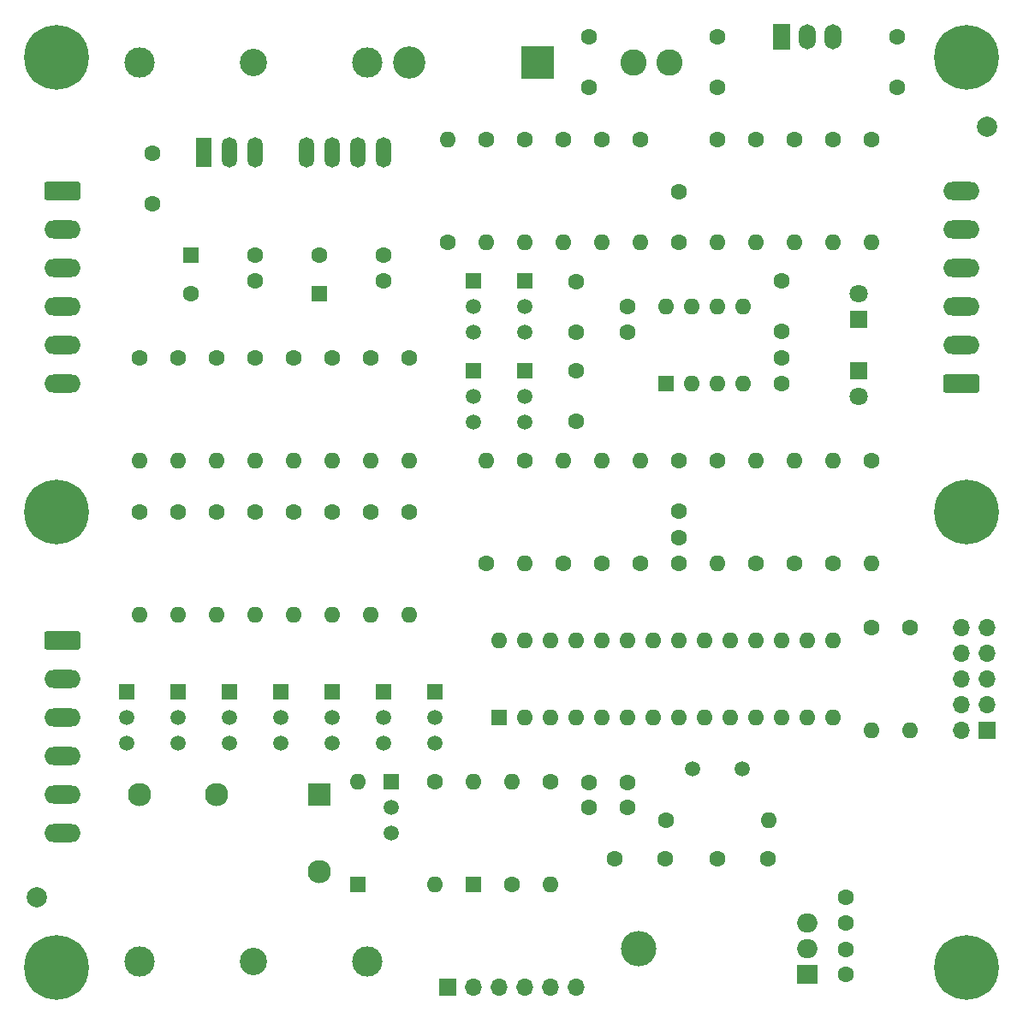
<source format=gts>
G04 #@! TF.GenerationSoftware,KiCad,Pcbnew,7.0.7*
G04 #@! TF.CreationDate,2023-11-18T21:36:32+01:00*
G04 #@! TF.ProjectId,Mod2Arinc,4d6f6432-4172-4696-9e63-2e6b69636164,rev?*
G04 #@! TF.SameCoordinates,Original*
G04 #@! TF.FileFunction,Soldermask,Top*
G04 #@! TF.FilePolarity,Negative*
%FSLAX46Y46*%
G04 Gerber Fmt 4.6, Leading zero omitted, Abs format (unit mm)*
G04 Created by KiCad (PCBNEW 7.0.7) date 2023-11-18 21:36:32*
%MOMM*%
%LPD*%
G01*
G04 APERTURE LIST*
G04 Aperture macros list*
%AMRoundRect*
0 Rectangle with rounded corners*
0 $1 Rounding radius*
0 $2 $3 $4 $5 $6 $7 $8 $9 X,Y pos of 4 corners*
0 Add a 4 corners polygon primitive as box body*
4,1,4,$2,$3,$4,$5,$6,$7,$8,$9,$2,$3,0*
0 Add four circle primitives for the rounded corners*
1,1,$1+$1,$2,$3*
1,1,$1+$1,$4,$5*
1,1,$1+$1,$6,$7*
1,1,$1+$1,$8,$9*
0 Add four rect primitives between the rounded corners*
20,1,$1+$1,$2,$3,$4,$5,0*
20,1,$1+$1,$4,$5,$6,$7,0*
20,1,$1+$1,$6,$7,$8,$9,0*
20,1,$1+$1,$8,$9,$2,$3,0*%
G04 Aperture macros list end*
%ADD10R,1.500000X1.500000*%
%ADD11C,1.500000*%
%ADD12C,1.600000*%
%ADD13C,3.600000*%
%ADD14C,6.400000*%
%ADD15O,1.600000X1.600000*%
%ADD16R,1.600000X1.600000*%
%ADD17C,2.700000*%
%ADD18C,3.000000*%
%ADD19C,2.000000*%
%ADD20R,1.700000X2.500000*%
%ADD21O,1.700000X2.500000*%
%ADD22R,1.500000X3.000000*%
%ADD23O,1.500000X3.000000*%
%ADD24R,1.700000X1.700000*%
%ADD25O,1.700000X1.700000*%
%ADD26O,3.500000X3.500000*%
%ADD27R,2.000000X1.905000*%
%ADD28O,2.000000X1.905000*%
%ADD29R,3.200000X3.200000*%
%ADD30O,3.200000X3.200000*%
%ADD31R,2.300000X2.300000*%
%ADD32C,2.300000*%
%ADD33C,2.600000*%
%ADD34O,3.600000X1.800000*%
%ADD35RoundRect,0.250000X-1.550000X0.650000X-1.550000X-0.650000X1.550000X-0.650000X1.550000X0.650000X0*%
%ADD36R,1.800000X1.800000*%
%ADD37C,1.800000*%
%ADD38RoundRect,0.250000X1.550000X-0.650000X1.550000X0.650000X-1.550000X0.650000X-1.550000X-0.650000X0*%
G04 APERTURE END LIST*
D10*
X166980000Y-117770000D03*
D11*
X166980000Y-120310000D03*
X166980000Y-122850000D03*
D12*
X206350000Y-86030000D03*
X206350000Y-91030000D03*
D13*
X155000000Y-55000000D03*
D14*
X155000000Y-55000000D03*
D12*
X189840000Y-100000000D03*
D15*
X189840000Y-110160000D03*
D12*
X211430000Y-79680000D03*
X211430000Y-82180000D03*
D10*
X201270000Y-86030000D03*
D11*
X201270000Y-88570000D03*
X201270000Y-91110000D03*
D12*
X220320000Y-94920000D03*
D15*
X220320000Y-105080000D03*
D12*
X174600000Y-100000000D03*
D15*
X174600000Y-110160000D03*
D16*
X196190000Y-136830000D03*
D15*
X196190000Y-126670000D03*
D12*
X182220000Y-84760000D03*
D15*
X182220000Y-94920000D03*
D12*
X174600000Y-84760000D03*
D15*
X174600000Y-94920000D03*
D12*
X201270000Y-94920000D03*
D15*
X201270000Y-105080000D03*
D12*
X197460000Y-63170000D03*
D15*
X197460000Y-73330000D03*
D12*
X163170000Y-100000000D03*
D15*
X163170000Y-110160000D03*
D12*
X216510000Y-73330000D03*
X216510000Y-68330000D03*
D17*
X174420000Y-144450000D03*
D18*
X163170000Y-144450000D03*
X185670000Y-144450000D03*
D17*
X174420000Y-55550000D03*
D18*
X163170000Y-55550000D03*
X185670000Y-55550000D03*
D13*
X245000000Y-55000000D03*
D14*
X245000000Y-55000000D03*
D12*
X220320000Y-63170000D03*
D15*
X220320000Y-73330000D03*
D16*
X215240000Y-87300000D03*
D15*
X217780000Y-87300000D03*
X220320000Y-87300000D03*
X222860000Y-87300000D03*
X222860000Y-79680000D03*
X220320000Y-79680000D03*
X217780000Y-79680000D03*
X215240000Y-79680000D03*
D12*
X235560000Y-94920000D03*
D15*
X235560000Y-105080000D03*
D12*
X226670000Y-84760000D03*
X226670000Y-87260000D03*
D10*
X196190000Y-77140000D03*
D11*
X196190000Y-79680000D03*
X196190000Y-82220000D03*
D13*
X155000000Y-145000000D03*
D14*
X155000000Y-145000000D03*
D10*
X177140000Y-117780000D03*
D11*
X177140000Y-120320000D03*
X177140000Y-122860000D03*
D12*
X211430000Y-126710000D03*
X211430000Y-129210000D03*
D13*
X155000000Y-100000000D03*
D14*
X155000000Y-100000000D03*
D12*
X233020000Y-145720000D03*
X233020000Y-143220000D03*
X192380000Y-126670000D03*
D15*
X192380000Y-136830000D03*
D19*
X246990000Y-61900000D03*
D12*
X235560000Y-111430000D03*
D15*
X235560000Y-121590000D03*
D12*
X197460000Y-105080000D03*
D15*
X197460000Y-94920000D03*
D16*
X168250000Y-74600000D03*
D12*
X168250000Y-78400000D03*
X178410000Y-84760000D03*
D15*
X178410000Y-94920000D03*
D10*
X187300000Y-117780000D03*
D11*
X187300000Y-120320000D03*
X187300000Y-122860000D03*
D12*
X186030000Y-84760000D03*
D15*
X186030000Y-94920000D03*
D10*
X182220000Y-117780000D03*
D11*
X182220000Y-120320000D03*
X182220000Y-122860000D03*
D13*
X245000000Y-100000000D03*
D14*
X245000000Y-100000000D03*
D12*
X170790000Y-84760000D03*
D15*
X170790000Y-94920000D03*
D12*
X227940000Y-105080000D03*
D15*
X227940000Y-94920000D03*
D12*
X189840000Y-84760000D03*
D15*
X189840000Y-94920000D03*
D12*
X170790000Y-100000000D03*
D15*
X170790000Y-110160000D03*
D12*
X233020000Y-140600000D03*
X233020000Y-138100000D03*
D19*
X153010000Y-138100000D03*
D12*
X215240000Y-130480000D03*
D15*
X225400000Y-130480000D03*
D12*
X203810000Y-126670000D03*
D15*
X203810000Y-136830000D03*
D12*
X186030000Y-100000000D03*
D15*
X186030000Y-110160000D03*
D12*
X200000000Y-136830000D03*
D15*
X200000000Y-126670000D03*
D12*
X205080000Y-63170000D03*
D15*
X205080000Y-73330000D03*
D12*
X224130000Y-63170000D03*
D15*
X224130000Y-73330000D03*
D12*
X224130000Y-105080000D03*
D15*
X224130000Y-94920000D03*
D12*
X164440000Y-64520000D03*
X164440000Y-69520000D03*
X163170000Y-84760000D03*
D15*
X163170000Y-94920000D03*
D12*
X174600000Y-74600000D03*
X174600000Y-77100000D03*
X207620000Y-53010000D03*
X207620000Y-58010000D03*
D16*
X180950000Y-78410000D03*
D12*
X180950000Y-74610000D03*
D20*
X226670000Y-53010000D03*
D21*
X229210000Y-53010000D03*
X231750000Y-53010000D03*
D12*
X231750000Y-63170000D03*
D15*
X231750000Y-73330000D03*
D22*
X169520000Y-64440000D03*
D23*
X172060000Y-64440000D03*
X174600000Y-64440000D03*
X179680000Y-64440000D03*
X182220000Y-64440000D03*
X184760000Y-64440000D03*
X187300000Y-64440000D03*
D12*
X212700000Y-105080000D03*
D15*
X212700000Y-94920000D03*
D10*
X161900000Y-117780000D03*
D11*
X161900000Y-120320000D03*
X161900000Y-122860000D03*
D13*
X245000000Y-145000000D03*
D14*
X245000000Y-145000000D03*
D12*
X207620000Y-129210000D03*
X207620000Y-126710000D03*
X215200000Y-134290000D03*
X210200000Y-134290000D03*
D16*
X198730000Y-120320000D03*
D15*
X201270000Y-120320000D03*
X203810000Y-120320000D03*
X206350000Y-120320000D03*
X208890000Y-120320000D03*
X211430000Y-120320000D03*
X213970000Y-120320000D03*
X216510000Y-120320000D03*
X219050000Y-120320000D03*
X221590000Y-120320000D03*
X224130000Y-120320000D03*
X226670000Y-120320000D03*
X229210000Y-120320000D03*
X231750000Y-120320000D03*
X231750000Y-112700000D03*
X229210000Y-112700000D03*
X226670000Y-112700000D03*
X224130000Y-112700000D03*
X221590000Y-112700000D03*
X219050000Y-112700000D03*
X216510000Y-112700000D03*
X213970000Y-112700000D03*
X211430000Y-112700000D03*
X208890000Y-112700000D03*
X206350000Y-112700000D03*
X203810000Y-112700000D03*
X201270000Y-112700000D03*
X198730000Y-112700000D03*
D24*
X193650000Y-146990000D03*
D25*
X196190000Y-146990000D03*
X198730000Y-146990000D03*
X201270000Y-146990000D03*
X203810000Y-146990000D03*
X206350000Y-146990000D03*
D12*
X227940000Y-63170000D03*
D15*
X227940000Y-73330000D03*
D12*
X216510000Y-94920000D03*
X216510000Y-99920000D03*
X216510000Y-105040000D03*
X216510000Y-102540000D03*
X205080000Y-105080000D03*
D15*
X205080000Y-94920000D03*
D12*
X178410000Y-100000000D03*
D15*
X178410000Y-110160000D03*
D12*
X208890000Y-105080000D03*
D15*
X208890000Y-94920000D03*
D12*
X182220000Y-100000000D03*
D15*
X182220000Y-110160000D03*
D16*
X184760000Y-136830000D03*
D15*
X184760000Y-126670000D03*
D12*
X201270000Y-63170000D03*
D15*
X201270000Y-73330000D03*
D12*
X235560000Y-63170000D03*
D15*
X235560000Y-73330000D03*
D12*
X166980000Y-100000000D03*
D15*
X166980000Y-110160000D03*
D10*
X172060000Y-117780000D03*
D11*
X172060000Y-120320000D03*
X172060000Y-122860000D03*
D12*
X239370000Y-111430000D03*
D15*
X239370000Y-121590000D03*
D26*
X212550000Y-143180000D03*
D27*
X229210000Y-145720000D03*
D28*
X229210000Y-143180000D03*
X229210000Y-140640000D03*
D29*
X202540000Y-55550000D03*
D30*
X189840000Y-55550000D03*
D12*
X225360000Y-134290000D03*
X220360000Y-134290000D03*
D11*
X217870000Y-125400000D03*
X222770000Y-125400000D03*
D12*
X226670000Y-77140000D03*
X226670000Y-82140000D03*
D10*
X188120000Y-126660000D03*
D11*
X188120000Y-129200000D03*
X188120000Y-131740000D03*
D12*
X231750000Y-105080000D03*
D15*
X231750000Y-94920000D03*
D12*
X206350000Y-77220000D03*
X206350000Y-82220000D03*
X238100000Y-58010000D03*
X238100000Y-53010000D03*
D10*
X196190000Y-86030000D03*
D11*
X196190000Y-88570000D03*
X196190000Y-91110000D03*
D31*
X180950000Y-127940000D03*
D32*
X170790000Y-127940000D03*
X163170000Y-127940000D03*
X180950000Y-135560000D03*
D12*
X220320000Y-53010000D03*
X220320000Y-58010000D03*
D10*
X192380000Y-117780000D03*
D11*
X192380000Y-120320000D03*
X192380000Y-122860000D03*
D12*
X193650000Y-73330000D03*
D15*
X193650000Y-63170000D03*
D12*
X212700000Y-63170000D03*
D15*
X212700000Y-73330000D03*
D12*
X208890000Y-63170000D03*
D15*
X208890000Y-73330000D03*
D12*
X187300000Y-77100000D03*
X187300000Y-74600000D03*
D10*
X201270000Y-77140000D03*
D11*
X201270000Y-79680000D03*
X201270000Y-82220000D03*
D12*
X166980000Y-84760000D03*
D15*
X166980000Y-94920000D03*
D33*
X212075837Y-55557712D03*
X215575837Y-55557712D03*
D34*
X155550000Y-131750000D03*
X155550000Y-127940000D03*
X155550000Y-124130000D03*
X155550000Y-120320000D03*
X155550000Y-116510000D03*
D35*
X155550000Y-112700000D03*
D36*
X234290000Y-80950000D03*
D37*
X234290000Y-78410000D03*
D24*
X246990000Y-121590000D03*
D25*
X244450000Y-121590000D03*
X246990000Y-119050000D03*
X244450000Y-119050000D03*
X246990000Y-116510000D03*
X244450000Y-116510000D03*
X246990000Y-113970000D03*
X244450000Y-113970000D03*
X246990000Y-111430000D03*
X244450000Y-111430000D03*
D35*
X155550000Y-68250000D03*
D34*
X155550000Y-72060000D03*
X155550000Y-75870000D03*
X155550000Y-79680000D03*
X155550000Y-83490000D03*
X155550000Y-87300000D03*
D38*
X244450000Y-87300000D03*
D34*
X244450000Y-83490000D03*
X244450000Y-79680000D03*
X244450000Y-75870000D03*
X244450000Y-72060000D03*
X244450000Y-68250000D03*
D36*
X234290000Y-86030000D03*
D37*
X234290000Y-88570000D03*
M02*

</source>
